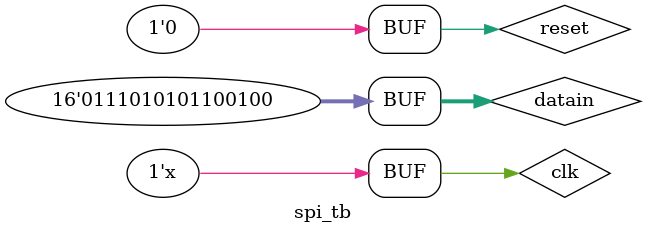
<source format=v>
`timescale 1ns / 1ps
module spi_tb;

reg clk;
reg reset;
reg [15:0]datain;


wire spi_cs_l;
wire spi_clk;
wire spi_data;
wire [4:0]counter;

spi_design dut(
.clk(clk),
.reset(reset),
.counter(counter),
.datain(datain),
.spi_cs_l(spi_cs_l),
.spi_clk(spi_clk),
.spi_data(spi_data)
);

initial
begin
clk = 0;
reset = 1;
datain = 0;
end

always #5 clk =~clk;

initial
begin
#10 reset =1'b0;

#10 datain = 16'hA569;
#335 datain= 16'h2563;
#335 datain= 16'h9B63;
#335 datain= 16'h6A61;

#335 datain= 16'hA265;
#335 datain= 16'h7564;
end
 
endmodule

</source>
